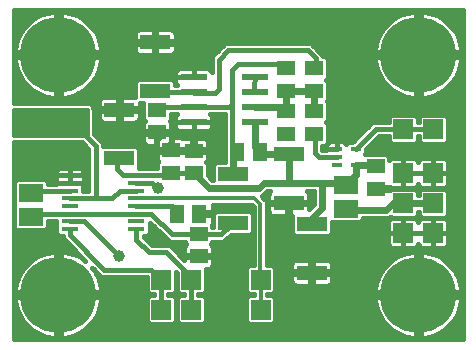
<source format=gbr>
G75*
G70*
%OFA0B0*%
%FSLAX24Y24*%
%IPPOS*%
%LPD*%
%AMOC8*
5,1,8,0,0,1.08239X$1,22.5*
%
%ADD10R,0.0866X0.0236*%
%ADD11R,0.0591X0.0512*%
%ADD12R,0.0512X0.0591*%
%ADD13R,0.1000X0.0500*%
%ADD14R,0.0650X0.0650*%
%ADD15C,0.2540*%
%ADD16R,0.0827X0.0591*%
%ADD17R,0.0580X0.0140*%
%ADD18R,0.0354X0.0157*%
%ADD19C,0.0160*%
%ADD20C,0.0396*%
%ADD21C,0.0240*%
%ADD22C,0.0120*%
D10*
X006731Y011805D03*
X006731Y012305D03*
X006731Y012805D03*
X006731Y013305D03*
X008778Y013305D03*
X008778Y012805D03*
X008778Y012305D03*
X008778Y011805D03*
D11*
X009814Y012165D03*
X009818Y012842D03*
X009818Y013590D03*
X010747Y013590D03*
X010747Y012842D03*
X010755Y012165D03*
X010755Y011417D03*
X009814Y011417D03*
X006745Y010842D03*
X005975Y010858D03*
X005519Y011456D03*
X005519Y012204D03*
X005975Y010110D03*
X006745Y010094D03*
X006900Y008086D03*
X006900Y007338D03*
X012798Y009574D03*
X012798Y010322D03*
D12*
X008944Y010811D03*
X008196Y010811D03*
X006930Y008740D03*
X006182Y008740D03*
D13*
X008052Y008441D03*
X008052Y010066D03*
X009906Y010725D03*
X009906Y009100D03*
X010672Y008402D03*
X010672Y006777D03*
X004257Y010591D03*
X004257Y012216D03*
X005452Y012837D03*
X005452Y014462D03*
D14*
X013719Y011563D03*
X014719Y011563D03*
X014719Y010098D03*
X013719Y010098D03*
X013719Y009098D03*
X014719Y009098D03*
X014719Y008098D03*
X013719Y008098D03*
X008967Y006543D03*
X008967Y005543D03*
X006656Y005543D03*
X005656Y005543D03*
X005656Y006543D03*
X006656Y006543D03*
D15*
X002219Y006043D03*
X002219Y014043D03*
X014219Y014043D03*
X014219Y006043D03*
D16*
X011812Y008913D03*
X011812Y009700D03*
X001308Y009435D03*
X001308Y008647D03*
D17*
X002605Y008753D03*
X002605Y009003D03*
X002605Y009263D03*
X002605Y009513D03*
X002605Y009773D03*
X002605Y010033D03*
X002605Y008493D03*
X002605Y008233D03*
X004825Y008233D03*
X004825Y008493D03*
X004825Y008753D03*
X004825Y009003D03*
X004825Y009263D03*
X004825Y009513D03*
X004825Y009773D03*
X004825Y010033D03*
D18*
X011501Y010383D03*
X011501Y010639D03*
X011501Y010895D03*
X012131Y010895D03*
X012131Y010383D03*
D19*
X000739Y008282D02*
X000739Y004562D01*
X015700Y004562D01*
X015700Y015524D01*
X000739Y015524D01*
X000739Y012433D01*
X003220Y012433D01*
X003308Y012396D01*
X003376Y012328D01*
X003412Y012240D01*
X003412Y011406D01*
X003671Y011147D01*
X003707Y011059D01*
X003707Y011001D01*
X004823Y011001D01*
X004917Y010907D01*
X004917Y010275D01*
X004915Y010273D01*
X005520Y010273D01*
X005520Y010432D01*
X005558Y010470D01*
X005536Y010491D01*
X005512Y010532D01*
X005500Y010578D01*
X005500Y010810D01*
X005927Y010810D01*
X005927Y010906D01*
X005500Y010906D01*
X005500Y011137D01*
X005512Y011183D01*
X005536Y011224D01*
X005567Y011255D01*
X005567Y011408D01*
X005567Y011504D01*
X005994Y011504D01*
X005994Y011736D01*
X005982Y011782D01*
X005958Y011823D01*
X005936Y011844D01*
X005974Y011882D01*
X005974Y012065D01*
X006185Y012065D01*
X006154Y012033D01*
X006130Y011992D01*
X006118Y011947D01*
X006118Y011805D01*
X006731Y011805D01*
X006731Y011805D01*
X006118Y011805D01*
X006118Y011663D01*
X006130Y011617D01*
X006154Y011576D01*
X006188Y011543D01*
X006229Y011519D01*
X006274Y011507D01*
X006731Y011507D01*
X006731Y011805D01*
X007344Y011805D01*
X007344Y011947D01*
X007332Y011992D01*
X007308Y012033D01*
X007277Y012065D01*
X007775Y012065D01*
X007775Y010726D01*
X007774Y010725D01*
X007774Y010476D01*
X007486Y010476D01*
X007392Y010382D01*
X007392Y009874D01*
X007363Y009874D01*
X007200Y010037D01*
X007200Y010416D01*
X007163Y010454D01*
X007184Y010476D01*
X007208Y010517D01*
X007220Y010563D01*
X007220Y010794D01*
X006793Y010794D01*
X006793Y010890D01*
X007220Y010890D01*
X007220Y011122D01*
X007208Y011168D01*
X007184Y011209D01*
X007151Y011242D01*
X007110Y011266D01*
X007064Y011278D01*
X006793Y011278D01*
X006793Y010890D01*
X006697Y010890D01*
X006697Y010794D01*
X006451Y010794D01*
X006451Y010810D01*
X006023Y010810D01*
X006023Y010906D01*
X005927Y010906D01*
X005927Y011059D01*
X005958Y011090D01*
X005982Y011131D01*
X005994Y011177D01*
X005994Y011408D01*
X005567Y011408D01*
X005471Y011408D01*
X005471Y011020D01*
X005200Y011020D01*
X005154Y011033D01*
X005113Y011056D01*
X005079Y011090D01*
X005056Y011131D01*
X005043Y011177D01*
X005043Y011408D01*
X005471Y011408D01*
X005471Y011504D01*
X005043Y011504D01*
X005043Y011736D01*
X005056Y011782D01*
X005079Y011823D01*
X005101Y011844D01*
X005063Y011882D01*
X005063Y012427D01*
X004937Y012427D01*
X004937Y012261D01*
X004302Y012261D01*
X004302Y012171D01*
X004937Y012171D01*
X004937Y011942D01*
X004925Y011897D01*
X004901Y011856D01*
X004867Y011822D01*
X004826Y011798D01*
X004780Y011786D01*
X004302Y011786D01*
X004302Y012171D01*
X004212Y012171D01*
X004212Y011786D01*
X003733Y011786D01*
X003687Y011798D01*
X003646Y011822D01*
X003613Y011856D01*
X003589Y011897D01*
X003577Y011942D01*
X003577Y012171D01*
X004212Y012171D01*
X004212Y012261D01*
X004212Y012646D01*
X003733Y012646D01*
X003687Y012634D01*
X003646Y012610D01*
X003613Y012577D01*
X003589Y012536D01*
X003577Y012490D01*
X003577Y012261D01*
X004212Y012261D01*
X004302Y012261D01*
X004302Y012646D01*
X004780Y012646D01*
X004792Y012643D01*
X004792Y013153D01*
X004885Y013247D01*
X006018Y013247D01*
X006112Y013153D01*
X006112Y013045D01*
X006185Y013045D01*
X006154Y013076D01*
X006130Y013117D01*
X006118Y013163D01*
X006118Y013305D01*
X006731Y013305D01*
X006731Y013603D01*
X006274Y013603D01*
X006229Y013591D01*
X006188Y013567D01*
X006154Y013533D01*
X006130Y013492D01*
X006118Y013447D01*
X006118Y013305D01*
X006731Y013305D01*
X006731Y013305D01*
X006731Y013305D01*
X006731Y013603D01*
X007188Y013603D01*
X007234Y013591D01*
X007275Y013567D01*
X007308Y013533D01*
X007332Y013492D01*
X007342Y013457D01*
X007342Y013933D01*
X007378Y014021D01*
X007446Y014089D01*
X007761Y014404D01*
X007849Y014440D01*
X010582Y014440D01*
X010670Y014404D01*
X010738Y014336D01*
X010957Y014117D01*
X010975Y014106D01*
X010990Y014084D01*
X011009Y014065D01*
X011018Y014045D01*
X011030Y014028D01*
X011035Y014006D01*
X011108Y014006D01*
X011202Y013912D01*
X011202Y013268D01*
X011150Y013216D01*
X011202Y013164D01*
X011202Y012520D01*
X011190Y012507D01*
X011210Y012487D01*
X011210Y011843D01*
X011158Y011791D01*
X011210Y011739D01*
X011210Y011115D01*
X011213Y011118D01*
X011254Y011142D01*
X011300Y011154D01*
X011501Y011154D01*
X011501Y010895D01*
X011144Y010895D01*
X011144Y010879D01*
X011030Y010879D01*
X011030Y011001D01*
X011116Y011001D01*
X011155Y011040D01*
X011144Y010998D01*
X011144Y010895D01*
X011501Y010895D01*
X011501Y010895D01*
X011501Y010895D01*
X011501Y011154D01*
X011702Y011154D01*
X011748Y011142D01*
X011789Y011118D01*
X011822Y011085D01*
X011828Y011075D01*
X011887Y011134D01*
X012030Y011134D01*
X012662Y011766D01*
X012750Y011803D01*
X013234Y011803D01*
X013234Y011954D01*
X013328Y012048D01*
X014111Y012048D01*
X014204Y011954D01*
X014204Y011803D01*
X014234Y011803D01*
X014234Y011954D01*
X014328Y012048D01*
X015111Y012048D01*
X015204Y011954D01*
X015204Y011171D01*
X015111Y011078D01*
X014328Y011078D01*
X014234Y011171D01*
X014234Y011323D01*
X014204Y011323D01*
X014204Y011171D01*
X014111Y011078D01*
X013328Y011078D01*
X013234Y011171D01*
X013234Y011323D01*
X012898Y011323D01*
X012468Y010893D01*
X012468Y010750D01*
X012456Y010738D01*
X013160Y010738D01*
X013253Y010645D01*
X013253Y010537D01*
X013284Y010567D01*
X013325Y010591D01*
X013371Y010603D01*
X013712Y010603D01*
X013712Y010106D01*
X013727Y010106D01*
X013727Y010603D01*
X014068Y010603D01*
X014114Y010591D01*
X014155Y010567D01*
X014188Y010534D01*
X014212Y010493D01*
X014219Y010465D01*
X014227Y010493D01*
X014250Y010534D01*
X014284Y010567D01*
X014325Y010591D01*
X014371Y010603D01*
X014712Y010603D01*
X014712Y010106D01*
X014727Y010106D01*
X014727Y010603D01*
X015068Y010603D01*
X015114Y010591D01*
X015155Y010567D01*
X015188Y010534D01*
X015212Y010493D01*
X015224Y010447D01*
X015224Y010106D01*
X014727Y010106D01*
X014727Y010091D01*
X015224Y010091D01*
X015224Y009749D01*
X015700Y009749D01*
X015700Y009907D02*
X015224Y009907D01*
X015224Y009749D02*
X015212Y009704D01*
X015188Y009663D01*
X015155Y009629D01*
X015114Y009605D01*
X015068Y009593D01*
X014727Y009593D01*
X014727Y010091D01*
X014712Y010091D01*
X013727Y010091D01*
X013727Y010106D01*
X014224Y010106D01*
X014712Y010106D01*
X014712Y010091D01*
X014712Y009593D01*
X014371Y009593D01*
X014325Y009605D01*
X014284Y009629D01*
X014250Y009663D01*
X014227Y009704D01*
X014219Y009731D01*
X014212Y009704D01*
X014188Y009663D01*
X014155Y009629D01*
X014114Y009605D01*
X014068Y009593D01*
X013727Y009593D01*
X013727Y010091D01*
X013712Y010091D01*
X013712Y009593D01*
X013371Y009593D01*
X013325Y009605D01*
X013284Y009629D01*
X013273Y009639D01*
X013273Y009622D01*
X012846Y009622D01*
X012846Y009526D01*
X013272Y009526D01*
X013328Y009583D01*
X014111Y009583D01*
X014204Y009489D01*
X014204Y009378D01*
X014234Y009378D01*
X014234Y009489D01*
X014328Y009583D01*
X015111Y009583D01*
X015204Y009489D01*
X015204Y008707D01*
X015111Y008613D01*
X014328Y008613D01*
X014234Y008707D01*
X014234Y008818D01*
X014204Y008818D01*
X014204Y008707D01*
X014111Y008613D01*
X013328Y008613D01*
X013298Y008643D01*
X013208Y008605D01*
X012385Y008605D01*
X012385Y008551D01*
X012292Y008458D01*
X011332Y008458D01*
X011332Y008458D01*
X011332Y008086D01*
X011238Y007992D01*
X010106Y007992D01*
X010012Y008086D01*
X010012Y008670D01*
X009951Y008670D01*
X009951Y009055D01*
X009861Y009055D01*
X009226Y009055D01*
X009226Y008826D01*
X009239Y008781D01*
X009262Y008739D01*
X009296Y008706D01*
X009337Y008682D01*
X009383Y008670D01*
X009861Y008670D01*
X009861Y009055D01*
X009861Y009145D01*
X009226Y009145D01*
X009226Y009374D01*
X009239Y009419D01*
X009262Y009461D01*
X009293Y009491D01*
X009194Y009491D01*
X009059Y009357D01*
X009001Y009333D01*
X009051Y009283D01*
X009180Y009154D01*
X009180Y007028D01*
X009359Y007028D01*
X009452Y006934D01*
X009452Y006152D01*
X009359Y006058D01*
X009187Y006058D01*
X009187Y006028D01*
X009359Y006028D01*
X009452Y005934D01*
X009452Y005152D01*
X009359Y005058D01*
X008576Y005058D01*
X008482Y005152D01*
X008482Y005934D01*
X008576Y006028D01*
X008747Y006028D01*
X008747Y006058D01*
X008576Y006058D01*
X008482Y006152D01*
X008482Y006934D01*
X008576Y007028D01*
X008740Y007028D01*
X008740Y008971D01*
X008668Y009043D01*
X007366Y009043D01*
X007366Y008788D01*
X006978Y008788D01*
X006978Y008692D01*
X007366Y008692D01*
X007366Y008421D01*
X007356Y008383D01*
X007356Y008299D01*
X007392Y008299D01*
X007392Y008757D01*
X007486Y008851D01*
X008618Y008851D01*
X008712Y008757D01*
X008712Y008124D01*
X008618Y008031D01*
X007972Y008031D01*
X007796Y007855D01*
X007708Y007819D01*
X007356Y007819D01*
X007356Y007764D01*
X007318Y007726D01*
X007340Y007705D01*
X007363Y007664D01*
X007376Y007618D01*
X007376Y007386D01*
X006948Y007386D01*
X006948Y007290D01*
X007376Y007290D01*
X007376Y007059D01*
X007363Y007013D01*
X007340Y006972D01*
X007306Y006938D01*
X007265Y006915D01*
X007219Y006902D01*
X007141Y006902D01*
X007141Y006152D01*
X007048Y006058D01*
X006896Y006058D01*
X006896Y006028D01*
X007048Y006028D01*
X007141Y005934D01*
X007141Y005152D01*
X007048Y005058D01*
X006265Y005058D01*
X006171Y005152D01*
X006171Y005934D01*
X006265Y006028D01*
X006416Y006028D01*
X006416Y006058D01*
X006265Y006058D01*
X006171Y006152D01*
X006171Y006787D01*
X006141Y006817D01*
X006141Y006152D01*
X006048Y006058D01*
X005896Y006058D01*
X005896Y006028D01*
X006048Y006028D01*
X006141Y005934D01*
X006141Y005152D01*
X006048Y005058D01*
X005265Y005058D01*
X005171Y005152D01*
X005171Y005934D01*
X005265Y006028D01*
X005416Y006028D01*
X005416Y006058D01*
X005265Y006058D01*
X005171Y006152D01*
X005171Y006638D01*
X003715Y006638D01*
X003627Y006674D01*
X003559Y006742D01*
X003350Y006951D01*
X003385Y006908D01*
X003465Y006789D01*
X003532Y006664D01*
X003586Y006532D01*
X003628Y006396D01*
X003655Y006256D01*
X003669Y006123D01*
X002299Y006123D01*
X002139Y006123D01*
X002139Y005963D01*
X000770Y005963D01*
X000783Y005830D01*
X000811Y005690D01*
X000852Y005554D01*
X000907Y005422D01*
X000974Y005297D01*
X001053Y005178D01*
X001144Y005068D01*
X001244Y004967D01*
X001355Y004877D01*
X001473Y004798D01*
X001599Y004731D01*
X001730Y004676D01*
X001867Y004635D01*
X002006Y004607D01*
X002139Y004594D01*
X002139Y005963D01*
X002299Y005963D01*
X002299Y004594D01*
X002432Y004607D01*
X002572Y004635D01*
X002708Y004676D01*
X002840Y004731D01*
X002966Y004798D01*
X003084Y004877D01*
X003194Y004967D01*
X003295Y005068D01*
X003385Y005178D01*
X003465Y005297D01*
X003532Y005422D01*
X003586Y005554D01*
X003628Y005690D01*
X003655Y005830D01*
X003669Y005963D01*
X002299Y005963D01*
X002299Y006123D01*
X002299Y007492D01*
X002432Y007479D01*
X002572Y007451D01*
X002708Y007410D01*
X002840Y007355D01*
X002966Y007288D01*
X003084Y007209D01*
X003127Y007174D01*
X002402Y007899D01*
X002365Y007987D01*
X002365Y008003D01*
X002249Y008003D01*
X002155Y008097D01*
X002155Y008513D01*
X001881Y008513D01*
X001881Y008286D01*
X001788Y008192D01*
X000828Y008192D01*
X000739Y008282D01*
X000739Y008164D02*
X002155Y008164D01*
X002155Y008322D02*
X001881Y008322D01*
X001881Y008481D02*
X002155Y008481D01*
X001729Y008753D02*
X001308Y008647D01*
X001729Y008753D02*
X002605Y008753D01*
X004825Y008753D01*
X005312Y008753D01*
X006007Y008059D01*
X006928Y008059D01*
X007660Y008059D01*
X008015Y008413D01*
X008133Y008413D01*
X008105Y008441D01*
X008052Y008441D01*
X007946Y008005D02*
X008740Y008005D01*
X008740Y007847D02*
X007776Y007847D01*
X007349Y007688D02*
X008740Y007688D01*
X008740Y007530D02*
X007376Y007530D01*
X007376Y007213D02*
X008740Y007213D01*
X008740Y007371D02*
X006948Y007371D01*
X006853Y007371D02*
X006266Y007371D01*
X006425Y007386D02*
X006853Y007386D01*
X006853Y007290D01*
X006425Y007290D01*
X006425Y007212D01*
X006033Y007604D01*
X006033Y007604D01*
X005966Y007672D01*
X005877Y007708D01*
X005338Y007708D01*
X005066Y007981D01*
X005066Y008003D01*
X005182Y008003D01*
X005275Y008097D01*
X005275Y008451D01*
X005803Y007923D01*
X005871Y007855D01*
X005959Y007819D01*
X006445Y007819D01*
X006445Y007764D01*
X006483Y007726D01*
X006461Y007705D01*
X006437Y007664D01*
X006425Y007618D01*
X006425Y007386D01*
X006425Y007530D02*
X006107Y007530D01*
X005925Y007688D02*
X006452Y007688D01*
X006424Y007213D02*
X006425Y007213D01*
X006171Y006737D02*
X006141Y006737D01*
X006141Y006579D02*
X006171Y006579D01*
X006171Y006420D02*
X006141Y006420D01*
X006141Y006262D02*
X006171Y006262D01*
X006220Y006103D02*
X006093Y006103D01*
X006131Y005945D02*
X006182Y005945D01*
X006171Y005786D02*
X006141Y005786D01*
X006141Y005628D02*
X006171Y005628D01*
X006171Y005469D02*
X006141Y005469D01*
X006141Y005311D02*
X006171Y005311D01*
X006171Y005152D02*
X006141Y005152D01*
X005656Y005543D02*
X005656Y006543D01*
X005322Y006878D01*
X003763Y006878D01*
X002605Y008035D01*
X002605Y008233D01*
X002605Y008493D02*
X003092Y008493D01*
X004235Y007350D01*
X004826Y007881D02*
X004826Y008233D01*
X004825Y008233D01*
X004826Y007881D02*
X005239Y007468D01*
X005830Y007468D01*
X006656Y006641D01*
X006656Y006543D01*
X006656Y005543D01*
X007141Y005469D02*
X008482Y005469D01*
X008482Y005311D02*
X007141Y005311D01*
X007141Y005152D02*
X008482Y005152D01*
X008482Y005628D02*
X007141Y005628D01*
X007141Y005786D02*
X008482Y005786D01*
X008493Y005945D02*
X007131Y005945D01*
X007093Y006103D02*
X008531Y006103D01*
X008482Y006262D02*
X007141Y006262D01*
X007141Y006420D02*
X008482Y006420D01*
X008482Y006579D02*
X007141Y006579D01*
X007141Y006737D02*
X008482Y006737D01*
X008482Y006896D02*
X007141Y006896D01*
X007375Y007054D02*
X008740Y007054D01*
X009180Y007054D02*
X009993Y007054D01*
X009992Y007051D02*
X009992Y006822D01*
X010627Y006822D01*
X010627Y006732D01*
X010717Y006732D01*
X010717Y006347D01*
X011196Y006347D01*
X011242Y006359D01*
X011283Y006383D01*
X011316Y006417D01*
X011340Y006458D01*
X011352Y006503D01*
X011352Y006732D01*
X010717Y006732D01*
X010717Y006822D01*
X011352Y006822D01*
X011352Y007051D01*
X011340Y007097D01*
X011316Y007138D01*
X011283Y007171D01*
X011242Y007195D01*
X011196Y007207D01*
X010717Y007207D01*
X010717Y006822D01*
X010627Y006822D01*
X010627Y007207D01*
X010148Y007207D01*
X010103Y007195D01*
X010062Y007171D01*
X010028Y007138D01*
X010004Y007097D01*
X009992Y007051D01*
X009992Y006896D02*
X009452Y006896D01*
X009452Y006737D02*
X010627Y006737D01*
X010627Y006732D02*
X009992Y006732D01*
X009992Y006503D01*
X010004Y006458D01*
X010028Y006417D01*
X010062Y006383D01*
X010103Y006359D01*
X010148Y006347D01*
X010627Y006347D01*
X010627Y006732D01*
X010717Y006737D02*
X012946Y006737D01*
X012974Y006789D02*
X012907Y006664D01*
X012852Y006532D01*
X012811Y006396D01*
X012783Y006256D01*
X012770Y006123D01*
X014139Y006123D01*
X014139Y005963D01*
X012770Y005963D01*
X012783Y005830D01*
X012811Y005690D01*
X012852Y005554D01*
X012907Y005422D01*
X012974Y005297D01*
X013053Y005178D01*
X013144Y005068D01*
X013244Y004967D01*
X013355Y004877D01*
X013473Y004798D01*
X013599Y004731D01*
X013730Y004676D01*
X013867Y004635D01*
X014006Y004607D01*
X014139Y004594D01*
X014139Y005963D01*
X014299Y005963D01*
X014299Y004594D01*
X014432Y004607D01*
X014572Y004635D01*
X014708Y004676D01*
X014840Y004731D01*
X014966Y004798D01*
X015084Y004877D01*
X015194Y004967D01*
X015295Y005068D01*
X015385Y005178D01*
X015465Y005297D01*
X015532Y005422D01*
X015586Y005554D01*
X015628Y005690D01*
X015655Y005830D01*
X015669Y005963D01*
X014299Y005963D01*
X014299Y006123D01*
X014139Y006123D01*
X014139Y007492D01*
X014006Y007479D01*
X013867Y007451D01*
X013730Y007410D01*
X013599Y007355D01*
X013473Y007288D01*
X013355Y007209D01*
X013244Y007119D01*
X013144Y007018D01*
X013053Y006908D01*
X012974Y006789D01*
X013045Y006896D02*
X011352Y006896D01*
X011351Y007054D02*
X013180Y007054D01*
X013360Y007213D02*
X009180Y007213D01*
X009180Y007371D02*
X013638Y007371D01*
X013712Y007593D02*
X013371Y007593D01*
X013325Y007605D01*
X013284Y007629D01*
X013250Y007663D01*
X013227Y007704D01*
X013214Y007749D01*
X013214Y008091D01*
X013712Y008091D01*
X013712Y008106D01*
X013712Y008603D01*
X013371Y008603D01*
X013325Y008591D01*
X013284Y008567D01*
X013250Y008534D01*
X013227Y008493D01*
X013214Y008447D01*
X013214Y008106D01*
X013712Y008106D01*
X013727Y008106D01*
X013727Y008603D01*
X014068Y008603D01*
X014114Y008591D01*
X014155Y008567D01*
X014188Y008534D01*
X014212Y008493D01*
X014219Y008465D01*
X014227Y008493D01*
X014250Y008534D01*
X014284Y008567D01*
X014325Y008591D01*
X014371Y008603D01*
X014712Y008603D01*
X014712Y008106D01*
X014727Y008106D01*
X014727Y008603D01*
X015068Y008603D01*
X015114Y008591D01*
X015155Y008567D01*
X015188Y008534D01*
X015212Y008493D01*
X015224Y008447D01*
X015224Y008106D01*
X014727Y008106D01*
X014727Y008091D01*
X015224Y008091D01*
X015224Y007749D01*
X015212Y007704D01*
X015188Y007663D01*
X015155Y007629D01*
X015114Y007605D01*
X015068Y007593D01*
X014727Y007593D01*
X014727Y008091D01*
X014712Y008091D01*
X013727Y008091D01*
X013727Y008106D01*
X014224Y008106D01*
X014712Y008106D01*
X014712Y008091D01*
X014712Y007593D01*
X014371Y007593D01*
X014325Y007605D01*
X014284Y007629D01*
X014250Y007663D01*
X014227Y007704D01*
X014219Y007731D01*
X014212Y007704D01*
X014188Y007663D01*
X014155Y007629D01*
X014114Y007605D01*
X014068Y007593D01*
X013727Y007593D01*
X013727Y008091D01*
X013712Y008091D01*
X013712Y007593D01*
X013712Y007688D02*
X013727Y007688D01*
X013712Y007847D02*
X013727Y007847D01*
X013712Y008005D02*
X013727Y008005D01*
X013712Y008164D02*
X013727Y008164D01*
X013712Y008322D02*
X013727Y008322D01*
X013712Y008481D02*
X013727Y008481D01*
X014137Y008639D02*
X014302Y008639D01*
X014234Y008798D02*
X014204Y008798D01*
X014215Y008481D02*
X014224Y008481D01*
X014712Y008481D02*
X014727Y008481D01*
X014712Y008322D02*
X014727Y008322D01*
X014712Y008164D02*
X014727Y008164D01*
X014712Y008005D02*
X014727Y008005D01*
X014712Y007847D02*
X014727Y007847D01*
X014712Y007688D02*
X014727Y007688D01*
X014708Y007410D02*
X014572Y007451D01*
X014432Y007479D01*
X014299Y007492D01*
X014299Y006123D01*
X015669Y006123D01*
X015655Y006256D01*
X015628Y006396D01*
X015586Y006532D01*
X015532Y006664D01*
X015465Y006789D01*
X015385Y006908D01*
X015295Y007018D01*
X015194Y007119D01*
X015084Y007209D01*
X014966Y007288D01*
X014840Y007355D01*
X014708Y007410D01*
X014801Y007371D02*
X015700Y007371D01*
X015700Y007213D02*
X015078Y007213D01*
X015258Y007054D02*
X015700Y007054D01*
X015700Y006896D02*
X015393Y006896D01*
X015492Y006737D02*
X015700Y006737D01*
X015700Y006579D02*
X015567Y006579D01*
X015620Y006420D02*
X015700Y006420D01*
X015700Y006262D02*
X015654Y006262D01*
X015700Y006103D02*
X014299Y006103D01*
X014299Y005945D02*
X014139Y005945D01*
X014139Y006103D02*
X009404Y006103D01*
X009442Y005945D02*
X012772Y005945D01*
X012792Y005786D02*
X009452Y005786D01*
X009452Y005628D02*
X012830Y005628D01*
X012887Y005469D02*
X009452Y005469D01*
X009452Y005311D02*
X012966Y005311D01*
X013074Y005152D02*
X009452Y005152D01*
X009452Y006262D02*
X012785Y006262D01*
X012819Y006420D02*
X011318Y006420D01*
X011352Y006579D02*
X012872Y006579D01*
X014139Y006579D02*
X014299Y006579D01*
X014299Y006737D02*
X014139Y006737D01*
X014139Y006896D02*
X014299Y006896D01*
X014299Y007054D02*
X014139Y007054D01*
X014139Y007213D02*
X014299Y007213D01*
X014299Y007371D02*
X014139Y007371D01*
X014203Y007688D02*
X014235Y007688D01*
X015203Y007688D02*
X015700Y007688D01*
X015700Y007530D02*
X009180Y007530D01*
X009180Y007688D02*
X013235Y007688D01*
X013214Y007847D02*
X009180Y007847D01*
X009180Y008005D02*
X010093Y008005D01*
X010012Y008164D02*
X009180Y008164D01*
X009180Y008322D02*
X010012Y008322D01*
X010012Y008481D02*
X009180Y008481D01*
X009180Y008639D02*
X010012Y008639D01*
X009951Y008798D02*
X009861Y008798D01*
X009861Y008956D02*
X009951Y008956D01*
X009951Y009055D02*
X009951Y009145D01*
X010586Y009145D01*
X010586Y009374D01*
X010574Y009419D01*
X010550Y009461D01*
X010520Y009491D01*
X010746Y009491D01*
X010746Y009060D01*
X010586Y008900D01*
X010586Y009055D01*
X009951Y009055D01*
X009951Y009115D02*
X010746Y009115D01*
X010746Y009273D02*
X010586Y009273D01*
X010567Y009432D02*
X010746Y009432D01*
X010642Y008956D02*
X010586Y008956D01*
X009861Y009115D02*
X009180Y009115D01*
X009180Y008956D02*
X009226Y008956D01*
X009234Y008798D02*
X009180Y008798D01*
X008740Y008798D02*
X008671Y008798D01*
X008712Y008639D02*
X008740Y008639D01*
X008740Y008481D02*
X008712Y008481D01*
X008712Y008322D02*
X008740Y008322D01*
X008740Y008164D02*
X008712Y008164D01*
X008740Y008956D02*
X007366Y008956D01*
X007366Y008798D02*
X007433Y008798D01*
X007392Y008639D02*
X007366Y008639D01*
X007366Y008481D02*
X007392Y008481D01*
X007392Y008322D02*
X007356Y008322D01*
X006928Y008059D02*
X006900Y008086D01*
X006243Y008767D02*
X006184Y008826D01*
X006182Y008824D01*
X006182Y008740D01*
X006184Y008826D02*
X006007Y009003D01*
X004825Y009003D01*
X004825Y009513D02*
X004273Y009513D01*
X004023Y009263D01*
X003432Y009263D01*
X003467Y009299D01*
X003467Y011011D01*
X003113Y011366D01*
X000751Y011366D01*
X000751Y011484D01*
X003172Y011484D01*
X003172Y011543D01*
X000751Y011543D01*
X000751Y011484D01*
X000751Y011543D02*
X000751Y011602D01*
X000751Y011720D01*
X000751Y012193D01*
X000869Y012193D01*
X000810Y012133D01*
X000987Y012133D01*
X001046Y012074D01*
X001046Y011956D01*
X000987Y011897D01*
X001046Y011838D01*
X000987Y011897D02*
X000987Y012015D01*
X000869Y011897D01*
X000869Y012074D01*
X000869Y012193D02*
X001105Y012193D01*
X001105Y012074D01*
X001105Y011720D01*
X000751Y011720D01*
X000751Y011602D02*
X003172Y011602D01*
X003172Y012074D01*
X001105Y012074D01*
X001164Y012015D02*
X001164Y011956D01*
X001223Y011897D01*
X002995Y011897D01*
X003054Y011956D01*
X003054Y011838D01*
X002995Y011779D01*
X001164Y011779D01*
X001105Y011720D02*
X003054Y011720D01*
X003113Y011779D01*
X003113Y012015D01*
X003054Y012015D01*
X002582Y012015D01*
X002109Y012015D01*
X001164Y012015D01*
X001105Y012193D02*
X003172Y012193D01*
X003172Y012074D01*
X003412Y012126D02*
X003577Y012126D01*
X003577Y011968D02*
X003412Y011968D01*
X003412Y011809D02*
X003668Y011809D01*
X003412Y011651D02*
X005043Y011651D01*
X005072Y011809D02*
X004845Y011809D01*
X004937Y011968D02*
X005063Y011968D01*
X005063Y012126D02*
X004937Y012126D01*
X004937Y012285D02*
X005063Y012285D01*
X005519Y012204D02*
X005619Y012305D01*
X006731Y012305D01*
X007930Y012305D01*
X008015Y012389D01*
X008015Y010185D01*
X008014Y010184D01*
X008052Y010066D01*
X008054Y010145D02*
X008015Y010145D01*
X008054Y010145D02*
X008015Y010185D01*
X007774Y010541D02*
X007215Y010541D01*
X007200Y010383D02*
X007393Y010383D01*
X007392Y010224D02*
X007200Y010224D01*
X007200Y010066D02*
X007392Y010066D01*
X007392Y009907D02*
X007330Y009907D01*
X006745Y010094D02*
X006717Y010067D01*
X006656Y010067D01*
X006729Y010110D02*
X006745Y010094D01*
X006729Y010110D02*
X005975Y010110D01*
X005899Y010033D01*
X004825Y010033D01*
X004386Y010033D01*
X004176Y010244D01*
X004176Y010598D01*
X004235Y010598D02*
X004250Y010598D01*
X004257Y010591D01*
X004917Y010541D02*
X005510Y010541D01*
X005520Y010383D02*
X004917Y010383D01*
X004917Y010700D02*
X005500Y010700D01*
X005500Y011017D02*
X003707Y011017D01*
X003643Y011175D02*
X005044Y011175D01*
X005043Y011334D02*
X003484Y011334D01*
X003412Y011492D02*
X005471Y011492D01*
X005567Y011492D02*
X007775Y011492D01*
X007775Y011334D02*
X005994Y011334D01*
X006023Y011294D02*
X006023Y010906D01*
X006270Y010906D01*
X006270Y010890D01*
X006697Y010890D01*
X006697Y011278D01*
X006426Y011278D01*
X006380Y011266D01*
X006374Y011262D01*
X006340Y011282D01*
X006294Y011294D01*
X006023Y011294D01*
X006023Y011175D02*
X005994Y011175D01*
X006023Y011017D02*
X005927Y011017D01*
X005927Y010858D02*
X004917Y010858D01*
X005471Y011175D02*
X005510Y011175D01*
X005471Y011334D02*
X005567Y011334D01*
X005994Y011651D02*
X006121Y011651D01*
X006118Y011809D02*
X005966Y011809D01*
X005974Y011968D02*
X006124Y011968D01*
X006731Y011805D02*
X006731Y011805D01*
X006731Y011805D01*
X007344Y011805D01*
X007344Y011663D01*
X007332Y011617D01*
X007308Y011576D01*
X007275Y011543D01*
X007234Y011519D01*
X007188Y011507D01*
X006731Y011507D01*
X006731Y011805D01*
X006731Y011651D02*
X006731Y011651D01*
X006697Y011175D02*
X006793Y011175D01*
X006793Y011017D02*
X006697Y011017D01*
X006697Y010858D02*
X006023Y010858D01*
X006793Y010858D02*
X007775Y010858D01*
X007774Y010700D02*
X007220Y010700D01*
X007220Y011017D02*
X007775Y011017D01*
X007775Y011175D02*
X007203Y011175D01*
X007341Y011651D02*
X007775Y011651D01*
X007775Y011809D02*
X007344Y011809D01*
X007339Y011968D02*
X007775Y011968D01*
X008015Y012389D02*
X008015Y013531D01*
X008211Y013728D01*
X009589Y013728D01*
X009818Y013500D01*
X009818Y013590D01*
X010534Y014200D02*
X007897Y014200D01*
X007582Y013885D01*
X007582Y012901D01*
X007463Y012783D01*
X006755Y012783D01*
X006715Y012822D01*
X006715Y012820D01*
X006731Y012805D01*
X005484Y012805D01*
X005452Y012837D01*
X005549Y012837D01*
X005613Y012901D01*
X006112Y013077D02*
X006153Y013077D01*
X006118Y013236D02*
X006029Y013236D01*
X006118Y013394D02*
X003517Y013394D01*
X003532Y013422D02*
X003465Y013297D01*
X003385Y013178D01*
X003295Y013068D01*
X003194Y012967D01*
X003084Y012877D01*
X002966Y012798D01*
X002840Y012731D01*
X002708Y012676D01*
X002572Y012635D01*
X002432Y012607D01*
X002299Y012594D01*
X002299Y013963D01*
X002139Y013963D01*
X000770Y013963D01*
X000783Y013830D01*
X000811Y013690D01*
X000852Y013554D01*
X000907Y013422D01*
X000974Y013297D01*
X001053Y013178D01*
X001144Y013068D01*
X001244Y012967D01*
X001355Y012877D01*
X001473Y012798D01*
X001599Y012731D01*
X001730Y012676D01*
X001867Y012635D01*
X002006Y012607D01*
X002139Y012594D01*
X002139Y013963D01*
X002139Y014123D01*
X000770Y014123D01*
X000783Y014256D01*
X000811Y014396D01*
X000852Y014532D01*
X000907Y014664D01*
X000974Y014789D01*
X001053Y014908D01*
X001144Y015018D01*
X001244Y015119D01*
X001355Y015209D01*
X001473Y015288D01*
X001599Y015355D01*
X001730Y015410D01*
X001867Y015451D01*
X002006Y015479D01*
X002139Y015492D01*
X002139Y014123D01*
X002299Y014123D01*
X002299Y015492D01*
X002432Y015479D01*
X002572Y015451D01*
X002708Y015410D01*
X002840Y015355D01*
X002966Y015288D01*
X003084Y015209D01*
X003194Y015119D01*
X003295Y015018D01*
X003385Y014908D01*
X003465Y014789D01*
X003532Y014664D01*
X003586Y014532D01*
X003628Y014396D01*
X003655Y014256D01*
X003669Y014123D01*
X002299Y014123D01*
X002299Y013963D01*
X003669Y013963D01*
X003655Y013830D01*
X003628Y013690D01*
X003586Y013554D01*
X003532Y013422D01*
X003586Y013553D02*
X006174Y013553D01*
X006021Y014044D02*
X006062Y014068D01*
X006096Y014102D01*
X006119Y014143D01*
X006132Y014189D01*
X006132Y014417D01*
X005497Y014417D01*
X005497Y014507D01*
X006132Y014507D01*
X006132Y014736D01*
X006119Y014782D01*
X006096Y014823D01*
X006062Y014856D01*
X006021Y014880D01*
X005975Y014892D01*
X005497Y014892D01*
X005497Y014507D01*
X005407Y014507D01*
X005407Y014892D01*
X004928Y014892D01*
X004882Y014880D01*
X004841Y014856D01*
X004808Y014823D01*
X004784Y014782D01*
X004772Y014736D01*
X004772Y014507D01*
X005407Y014507D01*
X005407Y014417D01*
X005497Y014417D01*
X005497Y014032D01*
X005975Y014032D01*
X006021Y014044D01*
X006131Y014187D02*
X007544Y014187D01*
X007702Y014345D02*
X006132Y014345D01*
X006132Y014662D02*
X012907Y014662D01*
X012907Y014664D02*
X012852Y014532D01*
X012811Y014396D01*
X012783Y014256D01*
X012770Y014123D01*
X014139Y014123D01*
X014139Y013963D01*
X012770Y013963D01*
X012783Y013830D01*
X012811Y013690D01*
X012852Y013554D01*
X012907Y013422D01*
X012974Y013297D01*
X013053Y013178D01*
X013144Y013068D01*
X013244Y012967D01*
X013355Y012877D01*
X013473Y012798D01*
X013599Y012731D01*
X013730Y012676D01*
X013867Y012635D01*
X014006Y012607D01*
X014139Y012594D01*
X014139Y013963D01*
X014299Y013963D01*
X014299Y012594D01*
X014432Y012607D01*
X014572Y012635D01*
X014708Y012676D01*
X014840Y012731D01*
X014966Y012798D01*
X015084Y012877D01*
X015194Y012967D01*
X015295Y013068D01*
X015385Y013178D01*
X015465Y013297D01*
X015532Y013422D01*
X015586Y013554D01*
X015628Y013690D01*
X015655Y013830D01*
X015669Y013963D01*
X014299Y013963D01*
X014299Y014123D01*
X014139Y014123D01*
X014139Y015492D01*
X014006Y015479D01*
X013867Y015451D01*
X013730Y015410D01*
X013599Y015355D01*
X013473Y015288D01*
X013355Y015209D01*
X013244Y015119D01*
X013144Y015018D01*
X013053Y014908D01*
X012974Y014789D01*
X012907Y014664D01*
X012844Y014504D02*
X005497Y014504D01*
X005407Y014504D02*
X003595Y014504D01*
X003638Y014345D02*
X004772Y014345D01*
X004772Y014417D02*
X004772Y014189D01*
X004784Y014143D01*
X004808Y014102D01*
X004841Y014068D01*
X004882Y014044D01*
X004928Y014032D01*
X005407Y014032D01*
X005407Y014417D01*
X004772Y014417D01*
X004772Y014662D02*
X003532Y014662D01*
X003443Y014821D02*
X004807Y014821D01*
X005407Y014821D02*
X005497Y014821D01*
X005497Y014662D02*
X005407Y014662D01*
X005407Y014345D02*
X005497Y014345D01*
X005497Y014187D02*
X005407Y014187D01*
X004772Y014187D02*
X003662Y014187D01*
X003659Y013870D02*
X007342Y013870D01*
X007342Y013711D02*
X003632Y013711D01*
X003424Y013236D02*
X004874Y013236D01*
X004792Y013077D02*
X003303Y013077D01*
X003135Y012919D02*
X004792Y012919D01*
X004792Y012760D02*
X002896Y012760D01*
X002382Y012602D02*
X003638Y012602D01*
X003577Y012443D02*
X000739Y012443D01*
X000739Y012602D02*
X002057Y012602D01*
X002139Y012602D02*
X002299Y012602D01*
X002299Y012760D02*
X002139Y012760D01*
X002139Y012919D02*
X002299Y012919D01*
X002299Y013077D02*
X002139Y013077D01*
X002139Y013236D02*
X002299Y013236D01*
X002299Y013394D02*
X002139Y013394D01*
X002139Y013553D02*
X002299Y013553D01*
X002299Y013711D02*
X002139Y013711D01*
X002139Y013870D02*
X002299Y013870D01*
X002299Y014028D02*
X007385Y014028D01*
X007342Y013553D02*
X007289Y013553D01*
X006731Y013553D02*
X006731Y013553D01*
X006731Y013394D02*
X006731Y013394D01*
X006097Y014821D02*
X012995Y014821D01*
X013112Y014979D02*
X003327Y014979D01*
X003171Y015138D02*
X013268Y015138D01*
X013489Y015296D02*
X002950Y015296D01*
X002553Y015455D02*
X013886Y015455D01*
X014139Y015455D02*
X014299Y015455D01*
X014299Y015492D02*
X014432Y015479D01*
X014572Y015451D01*
X014708Y015410D01*
X014840Y015355D01*
X014966Y015288D01*
X015084Y015209D01*
X015194Y015119D01*
X015295Y015018D01*
X015385Y014908D01*
X015465Y014789D01*
X015532Y014664D01*
X015586Y014532D01*
X015628Y014396D01*
X015655Y014256D01*
X015669Y014123D01*
X014299Y014123D01*
X014299Y015492D01*
X014299Y015296D02*
X014139Y015296D01*
X014139Y015138D02*
X014299Y015138D01*
X014299Y014979D02*
X014139Y014979D01*
X014139Y014821D02*
X014299Y014821D01*
X014299Y014662D02*
X014139Y014662D01*
X014139Y014504D02*
X014299Y014504D01*
X014299Y014345D02*
X014139Y014345D01*
X014139Y014187D02*
X014299Y014187D01*
X014299Y014028D02*
X015700Y014028D01*
X015700Y013870D02*
X015659Y013870D01*
X015632Y013711D02*
X015700Y013711D01*
X015700Y013553D02*
X015586Y013553D01*
X015517Y013394D02*
X015700Y013394D01*
X015700Y013236D02*
X015424Y013236D01*
X015303Y013077D02*
X015700Y013077D01*
X015700Y012919D02*
X015135Y012919D01*
X014896Y012760D02*
X015700Y012760D01*
X015700Y012602D02*
X014382Y012602D01*
X014299Y012602D02*
X014139Y012602D01*
X014057Y012602D02*
X011202Y012602D01*
X011202Y012760D02*
X013543Y012760D01*
X013303Y012919D02*
X011202Y012919D01*
X011202Y013077D02*
X013136Y013077D01*
X013015Y013236D02*
X011170Y013236D01*
X011202Y013394D02*
X012922Y013394D01*
X012853Y013553D02*
X011202Y013553D01*
X011202Y013711D02*
X012807Y013711D01*
X012779Y013870D02*
X011202Y013870D01*
X011029Y014028D02*
X014139Y014028D01*
X014139Y013870D02*
X014299Y013870D01*
X014299Y013711D02*
X014139Y013711D01*
X014139Y013553D02*
X014299Y013553D01*
X014299Y013394D02*
X014139Y013394D01*
X014139Y013236D02*
X014299Y013236D01*
X014299Y013077D02*
X014139Y013077D01*
X014139Y012919D02*
X014299Y012919D01*
X014299Y012760D02*
X014139Y012760D01*
X014190Y011968D02*
X014248Y011968D01*
X014234Y011809D02*
X014204Y011809D01*
X013719Y011563D02*
X012798Y011563D01*
X012131Y010895D01*
X012468Y010858D02*
X015700Y010858D01*
X015700Y010700D02*
X013198Y010700D01*
X013253Y010541D02*
X013258Y010541D01*
X013712Y010541D02*
X013727Y010541D01*
X013712Y010383D02*
X013727Y010383D01*
X013712Y010224D02*
X013727Y010224D01*
X013712Y010066D02*
X013727Y010066D01*
X013712Y009907D02*
X013727Y009907D01*
X013712Y009749D02*
X013727Y009749D01*
X014204Y009432D02*
X014234Y009432D01*
X014712Y009749D02*
X014727Y009749D01*
X014712Y009907D02*
X014727Y009907D01*
X014712Y010066D02*
X014727Y010066D01*
X014712Y010224D02*
X014727Y010224D01*
X014712Y010383D02*
X014727Y010383D01*
X014712Y010541D02*
X014727Y010541D01*
X015181Y010541D02*
X015700Y010541D01*
X015700Y010383D02*
X015224Y010383D01*
X015224Y010224D02*
X015700Y010224D01*
X015700Y010066D02*
X015224Y010066D01*
X015700Y009590D02*
X012846Y009590D01*
X011812Y009700D02*
X011676Y009836D01*
X011673Y009839D01*
X011676Y009836D02*
X011676Y009712D01*
X011794Y009712D01*
X011501Y010639D02*
X010926Y010639D01*
X010790Y010775D01*
X010790Y011366D01*
X010731Y011425D01*
X010747Y011425D01*
X010755Y011417D01*
X011210Y011492D02*
X012389Y011492D01*
X012547Y011651D02*
X011210Y011651D01*
X011177Y011809D02*
X013234Y011809D01*
X013248Y011968D02*
X011210Y011968D01*
X011210Y012126D02*
X015700Y012126D01*
X015700Y011968D02*
X015190Y011968D01*
X015204Y011809D02*
X015700Y011809D01*
X015700Y011651D02*
X015204Y011651D01*
X015204Y011492D02*
X015700Y011492D01*
X015700Y011334D02*
X015204Y011334D01*
X015204Y011175D02*
X015700Y011175D01*
X015700Y011017D02*
X012592Y011017D01*
X012750Y011175D02*
X013234Y011175D01*
X013719Y011563D02*
X014719Y011563D01*
X014234Y011175D02*
X014204Y011175D01*
X014181Y010541D02*
X014258Y010541D01*
X015204Y009432D02*
X015700Y009432D01*
X015700Y009273D02*
X015204Y009273D01*
X015204Y009115D02*
X015700Y009115D01*
X015700Y008956D02*
X015204Y008956D01*
X015204Y008798D02*
X015700Y008798D01*
X015700Y008639D02*
X015137Y008639D01*
X015215Y008481D02*
X015700Y008481D01*
X015700Y008322D02*
X015224Y008322D01*
X015224Y008164D02*
X015700Y008164D01*
X015700Y008005D02*
X015224Y008005D01*
X015224Y007847D02*
X015700Y007847D01*
X014299Y006420D02*
X014139Y006420D01*
X014139Y006262D02*
X014299Y006262D01*
X014299Y005786D02*
X014139Y005786D01*
X014139Y005628D02*
X014299Y005628D01*
X014299Y005469D02*
X014139Y005469D01*
X014139Y005311D02*
X014299Y005311D01*
X014299Y005152D02*
X014139Y005152D01*
X014139Y004994D02*
X014299Y004994D01*
X014299Y004835D02*
X014139Y004835D01*
X014139Y004677D02*
X014299Y004677D01*
X014711Y004677D02*
X015700Y004677D01*
X015700Y004835D02*
X015022Y004835D01*
X015221Y004994D02*
X015700Y004994D01*
X015700Y005152D02*
X015364Y005152D01*
X015472Y005311D02*
X015700Y005311D01*
X015700Y005469D02*
X015551Y005469D01*
X015609Y005628D02*
X015700Y005628D01*
X015700Y005786D02*
X015647Y005786D01*
X015667Y005945D02*
X015700Y005945D01*
X013728Y004677D02*
X002711Y004677D01*
X003022Y004835D02*
X013417Y004835D01*
X013218Y004994D02*
X003221Y004994D01*
X003364Y005152D02*
X005171Y005152D01*
X005171Y005311D02*
X003472Y005311D01*
X003551Y005469D02*
X005171Y005469D01*
X005171Y005628D02*
X003609Y005628D01*
X003647Y005786D02*
X005171Y005786D01*
X005182Y005945D02*
X003667Y005945D01*
X003654Y006262D02*
X005171Y006262D01*
X005171Y006420D02*
X003620Y006420D01*
X003567Y006579D02*
X005171Y006579D01*
X005220Y006103D02*
X002299Y006103D01*
X002299Y005945D02*
X002139Y005945D01*
X002139Y006103D02*
X000739Y006103D01*
X000770Y006123D02*
X002139Y006123D01*
X002139Y007492D01*
X002006Y007479D01*
X001867Y007451D01*
X001730Y007410D01*
X001599Y007355D01*
X001473Y007288D01*
X001355Y007209D01*
X001244Y007119D01*
X001144Y007018D01*
X001053Y006908D01*
X000974Y006789D01*
X000907Y006664D01*
X000852Y006532D01*
X000811Y006396D01*
X000783Y006256D01*
X000770Y006123D01*
X000785Y006262D02*
X000739Y006262D01*
X000739Y006420D02*
X000819Y006420D01*
X000872Y006579D02*
X000739Y006579D01*
X000739Y006737D02*
X000946Y006737D01*
X001045Y006896D02*
X000739Y006896D01*
X000739Y007054D02*
X001180Y007054D01*
X001360Y007213D02*
X000739Y007213D01*
X000739Y007371D02*
X001638Y007371D01*
X002139Y007371D02*
X002299Y007371D01*
X002299Y007213D02*
X002139Y007213D01*
X002139Y007054D02*
X002299Y007054D01*
X002299Y006896D02*
X002139Y006896D01*
X002139Y006737D02*
X002299Y006737D01*
X002299Y006579D02*
X002139Y006579D01*
X002139Y006420D02*
X002299Y006420D01*
X002299Y006262D02*
X002139Y006262D01*
X002139Y005786D02*
X002299Y005786D01*
X002299Y005628D02*
X002139Y005628D01*
X002139Y005469D02*
X002299Y005469D01*
X002299Y005311D02*
X002139Y005311D01*
X002139Y005152D02*
X002299Y005152D01*
X002299Y004994D02*
X002139Y004994D01*
X002139Y004835D02*
X002299Y004835D01*
X002299Y004677D02*
X002139Y004677D01*
X001728Y004677D02*
X000739Y004677D01*
X000739Y004835D02*
X001417Y004835D01*
X001218Y004994D02*
X000739Y004994D01*
X000739Y005152D02*
X001074Y005152D01*
X000966Y005311D02*
X000739Y005311D01*
X000739Y005469D02*
X000887Y005469D01*
X000830Y005628D02*
X000739Y005628D01*
X000739Y005786D02*
X000792Y005786D01*
X000772Y005945D02*
X000739Y005945D01*
X000739Y007530D02*
X002771Y007530D01*
X002801Y007371D02*
X002929Y007371D01*
X003078Y007213D02*
X003088Y007213D01*
X003393Y006896D02*
X003405Y006896D01*
X003492Y006737D02*
X003563Y006737D01*
X002612Y007688D02*
X000739Y007688D01*
X000739Y007847D02*
X002454Y007847D01*
X002247Y008005D02*
X000739Y008005D01*
X000751Y008118D02*
X000987Y007881D01*
X000751Y008118D02*
X000751Y009889D01*
X000739Y009907D02*
X002144Y009907D01*
X002145Y009903D02*
X002135Y009867D01*
X002135Y009773D01*
X002135Y009753D01*
X001881Y009753D01*
X001881Y009796D01*
X001788Y009890D01*
X000828Y009890D01*
X000739Y009800D01*
X000739Y011126D01*
X003014Y011126D01*
X003227Y010912D01*
X003227Y009503D01*
X003055Y009503D01*
X003055Y009621D01*
X003063Y009634D01*
X003075Y009680D01*
X003075Y009773D01*
X002605Y009773D01*
X002135Y009773D01*
X002605Y009773D01*
X002605Y009773D01*
X002605Y010033D01*
X002605Y010033D01*
X002135Y010033D01*
X002135Y009940D01*
X002145Y009903D01*
X002135Y010033D02*
X002605Y010033D01*
X002605Y010033D01*
X002605Y010023D01*
X002605Y009773D01*
X002605Y009773D01*
X002605Y009773D01*
X003075Y009773D01*
X003075Y009867D01*
X003066Y009903D01*
X003075Y009940D01*
X003075Y010033D01*
X002605Y010033D01*
X002605Y010283D01*
X002292Y010283D01*
X002246Y010271D01*
X002205Y010248D01*
X002171Y010214D01*
X002148Y010173D01*
X002135Y010127D01*
X002135Y010033D01*
X002135Y010066D02*
X000739Y010066D01*
X000739Y010224D02*
X002182Y010224D01*
X002605Y010224D02*
X002605Y010224D01*
X002605Y010283D02*
X002605Y010033D01*
X002605Y010033D01*
X002605Y010033D01*
X003075Y010033D01*
X003075Y010127D01*
X003063Y010173D01*
X003039Y010214D01*
X003006Y010248D01*
X002965Y010271D01*
X002919Y010283D01*
X002605Y010283D01*
X002605Y010066D02*
X002605Y010066D01*
X002605Y009907D02*
X002605Y009907D01*
X003067Y009907D02*
X003227Y009907D01*
X003227Y009749D02*
X003075Y009749D01*
X003055Y009590D02*
X003227Y009590D01*
X003432Y009263D02*
X002605Y009263D01*
X002605Y009513D02*
X001702Y009513D01*
X001308Y009435D01*
X000739Y010383D02*
X003227Y010383D01*
X003227Y010541D02*
X000739Y010541D01*
X000739Y010700D02*
X003227Y010700D01*
X003227Y010858D02*
X000739Y010858D01*
X000739Y011017D02*
X003122Y011017D01*
X003113Y011366D02*
X003172Y011366D01*
X003172Y011484D01*
X003172Y011543D02*
X003172Y011602D01*
X003394Y012285D02*
X003577Y012285D01*
X004212Y012285D02*
X004302Y012285D01*
X004302Y012443D02*
X004212Y012443D01*
X004212Y012602D02*
X004302Y012602D01*
X004302Y012126D02*
X004212Y012126D01*
X004212Y011968D02*
X004302Y011968D01*
X004302Y011809D02*
X004212Y011809D01*
X003227Y010224D02*
X003029Y010224D01*
X003075Y010066D02*
X003227Y010066D01*
X004825Y009773D02*
X005355Y009773D01*
X005534Y009594D01*
X005416Y009712D01*
X005404Y008322D02*
X005275Y008322D01*
X005275Y008164D02*
X005562Y008164D01*
X005721Y008005D02*
X005184Y008005D01*
X005200Y007847D02*
X005891Y007847D01*
X009060Y009273D02*
X009226Y009273D01*
X009246Y009432D02*
X009134Y009432D01*
X011132Y011017D02*
X011149Y011017D01*
X011210Y011175D02*
X012072Y011175D01*
X012230Y011334D02*
X011210Y011334D01*
X011501Y011017D02*
X011501Y011017D01*
X011210Y012285D02*
X015700Y012285D01*
X015700Y012443D02*
X011210Y012443D01*
X010747Y013590D02*
X010806Y013929D01*
X010534Y014200D01*
X010729Y014345D02*
X012801Y014345D01*
X012777Y014187D02*
X010887Y014187D01*
X008778Y013305D02*
X008749Y013019D01*
X008763Y013019D01*
X008739Y012996D01*
X008778Y012805D01*
X013290Y008639D02*
X013302Y008639D01*
X013224Y008481D02*
X012315Y008481D01*
X013214Y008322D02*
X011332Y008322D01*
X011332Y008164D02*
X013214Y008164D01*
X013214Y008005D02*
X011252Y008005D01*
X010717Y007054D02*
X010627Y007054D01*
X010627Y006896D02*
X010717Y006896D01*
X010717Y006579D02*
X010627Y006579D01*
X010627Y006420D02*
X010717Y006420D01*
X010026Y006420D02*
X009452Y006420D01*
X009452Y006579D02*
X009992Y006579D01*
X001543Y012760D02*
X000739Y012760D01*
X000739Y012919D02*
X001303Y012919D01*
X001136Y013077D02*
X000739Y013077D01*
X000739Y013236D02*
X001015Y013236D01*
X000922Y013394D02*
X000739Y013394D01*
X000739Y013553D02*
X000853Y013553D01*
X000807Y013711D02*
X000739Y013711D01*
X000739Y013870D02*
X000779Y013870D01*
X000739Y014028D02*
X002139Y014028D01*
X002139Y014187D02*
X002299Y014187D01*
X002299Y014345D02*
X002139Y014345D01*
X002139Y014504D02*
X002299Y014504D01*
X002299Y014662D02*
X002139Y014662D01*
X002139Y014821D02*
X002299Y014821D01*
X002299Y014979D02*
X002139Y014979D01*
X002139Y015138D02*
X002299Y015138D01*
X002299Y015296D02*
X002139Y015296D01*
X002139Y015455D02*
X002299Y015455D01*
X001886Y015455D02*
X000739Y015455D01*
X000739Y015296D02*
X001489Y015296D01*
X001268Y015138D02*
X000739Y015138D01*
X000739Y014979D02*
X001112Y014979D01*
X000995Y014821D02*
X000739Y014821D01*
X000739Y014662D02*
X000907Y014662D01*
X000844Y014504D02*
X000739Y014504D01*
X000739Y014345D02*
X000801Y014345D01*
X000777Y014187D02*
X000739Y014187D01*
X000869Y011897D02*
X000869Y011838D01*
X000928Y011897D01*
X000987Y011897D01*
X014553Y015455D02*
X015700Y015455D01*
X015700Y015296D02*
X014950Y015296D01*
X015171Y015138D02*
X015700Y015138D01*
X015700Y014979D02*
X015327Y014979D01*
X015443Y014821D02*
X015700Y014821D01*
X015700Y014662D02*
X015532Y014662D01*
X015595Y014504D02*
X015700Y014504D01*
X015700Y014345D02*
X015638Y014345D01*
X015662Y014187D02*
X015700Y014187D01*
D20*
X013034Y011011D03*
X011499Y012724D03*
X011499Y013433D03*
X011499Y014141D03*
X011499Y014850D03*
X010790Y014850D03*
X010082Y014850D03*
X009373Y014850D03*
X008664Y014850D03*
X007956Y014850D03*
X007247Y014850D03*
X006538Y014850D03*
X005771Y015204D03*
X005121Y015204D03*
X004058Y014850D03*
X004058Y014259D03*
X004353Y013019D03*
X003645Y013019D03*
X003054Y012015D03*
X002582Y012015D03*
X002109Y012015D03*
X005357Y010598D03*
X005534Y009594D03*
X007601Y011189D03*
X007601Y011779D03*
X009550Y008472D03*
X009550Y007941D03*
X009786Y006700D03*
X009786Y006169D03*
X008133Y006464D03*
X007542Y006464D03*
X007542Y005815D03*
X008133Y005815D03*
X008133Y005165D03*
X007542Y005165D03*
X004589Y005165D03*
X004589Y005756D03*
X004589Y006346D03*
X003940Y006346D03*
X003940Y005756D03*
X003940Y005165D03*
X004235Y007350D03*
X002168Y007881D03*
X001578Y007881D03*
X000987Y007881D03*
X000987Y007350D03*
X011735Y007586D03*
X011735Y006996D03*
X011735Y006405D03*
X011735Y008177D03*
X012444Y008177D03*
D21*
X011839Y008885D02*
X011812Y008913D01*
X011822Y008913D01*
X011794Y008885D01*
X011794Y009004D01*
X011822Y008913D02*
X012007Y009098D01*
X011839Y008885D02*
X013152Y008885D01*
X013365Y009098D01*
X013719Y009098D01*
X014719Y009098D01*
X012761Y010383D02*
X012131Y010383D01*
X012131Y010049D01*
X011794Y009712D01*
X011735Y009771D01*
X011026Y009771D01*
X011026Y008944D01*
X010672Y008590D01*
X010672Y008402D01*
X011026Y009771D02*
X009963Y009771D01*
X009906Y009828D01*
X009906Y010725D01*
X009029Y010725D01*
X008944Y010811D01*
X008778Y010976D01*
X008778Y011805D01*
X008778Y012305D02*
X009674Y012305D01*
X009814Y012165D01*
X009814Y012838D01*
X009818Y012842D01*
X010747Y012842D01*
X010755Y012834D01*
X010755Y012165D01*
X008196Y010811D02*
X008054Y010669D01*
X008054Y010145D01*
X007247Y009594D02*
X008900Y009594D01*
X009078Y009771D01*
X009963Y009771D01*
X007247Y009594D02*
X006747Y010094D01*
X006745Y010094D01*
X006656Y010067D02*
X006623Y010033D01*
X004235Y010598D02*
X004176Y010598D01*
D22*
X004825Y009263D02*
X008759Y009263D01*
X008960Y009063D01*
X008960Y006523D01*
X008967Y006543D02*
X008967Y005543D01*
X012778Y010322D02*
X012739Y010362D01*
X012761Y010360D02*
X012798Y010322D01*
X012778Y010322D01*
X012761Y010360D02*
X012761Y010383D01*
X012798Y010421D01*
M02*

</source>
